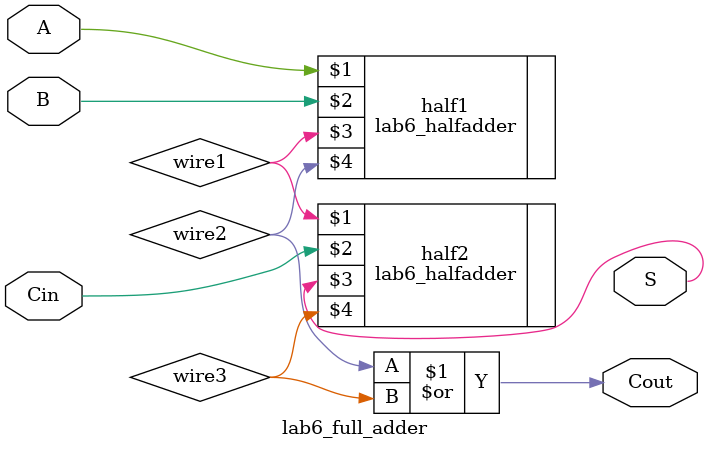
<source format=v>
module lab6_full_adder( input A, input B,input Cin, output S,output Cout);

 wire wire1,wire2,wire3;

 lab6_halfadder half1(A,B,wire1,wire2);
 lab6_halfadder half2(wire1,Cin,S,wire3);
 or(Cout,wire2,wire3);
 endmodule
</source>
